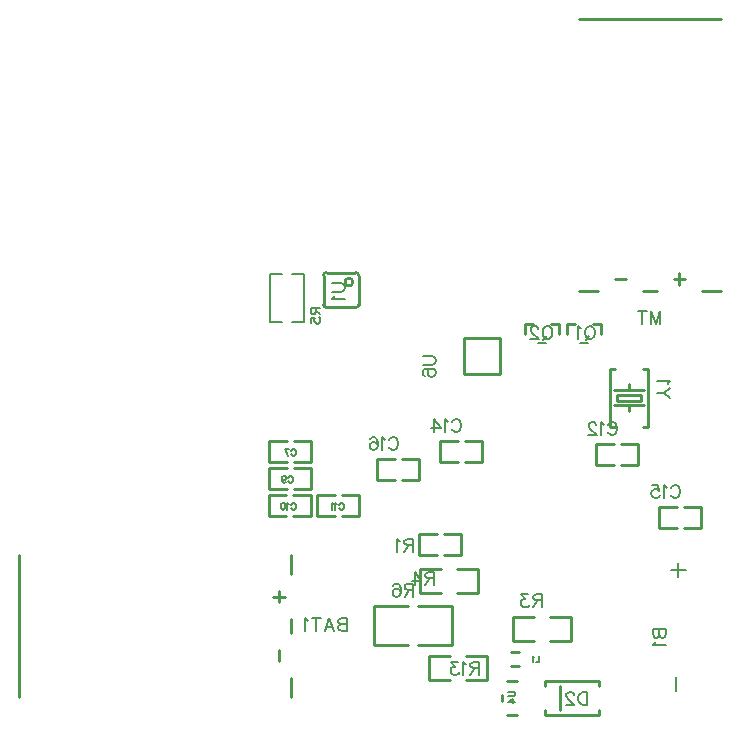
<source format=gbo>
G04 ---------------------------- Layer name :BOTTOM SILK LAYER*
G04 easyEDA 0.1*
G04 Scale: 100 percent, Rotated: No, Reflected: No *
G04 Dimensions in inches *
G04 leading zeros omitted , absolute positions ,2 integer and 4 * 
%FSLAX24Y24*%
%MOIN*%
G90*
G70D02*

%ADD10C,0.010000*%
%ADD11C,0.007874*%
%ADD12C,0.010630*%
%ADD13C,0.007000*%
%ADD14C,0.008000*%

%LPD*%
G54D10*
G01X3090Y28609D02*
G01X3090Y29580D01*
G01X1919Y29580D02*
G01X1919Y28609D01*
G01X2019Y29680D02*
G01X2980Y29680D01*
G01X2990Y28519D02*
G01X2019Y28519D01*
G01X8030Y14940D02*
G01X8369Y14940D01*
G01X8369Y16059D02*
G01X8030Y16059D01*
G01X7880Y15609D02*
G01X7880Y15390D01*
G01X8419Y17040D02*
G01X8180Y17040D01*
G01X8419Y16559D02*
G01X8180Y16559D01*
G54D11*
G01X525Y29628D02*
G01X124Y29628D01*
G01X124Y28033D01*
G01X525Y28033D01*
G01X880Y29628D02*
G01X1281Y29628D01*
G01X1281Y28033D01*
G01X880Y28033D01*
G54D10*
G01X11110Y15890D02*
G01X11110Y16069D01*
G01X11110Y16069D02*
G01X9290Y16069D01*
G01X9290Y16069D02*
G01X9290Y15890D01*
G01X9290Y15109D02*
G01X9290Y14930D01*
G01X9290Y14930D02*
G01X11110Y14930D01*
G01X11110Y14930D02*
G01X11110Y15109D01*
G01X9810Y15890D02*
G01X9810Y15109D01*
G01X630Y18880D02*
G01X240Y18880D01*
G01X430Y16719D02*
G01X430Y17109D01*
G01X430Y18690D02*
G01X430Y19080D01*
G01X830Y16159D02*
G01X830Y15540D01*
G01X830Y19640D02*
G01X830Y20259D01*
G01X830Y18130D02*
G01X830Y17659D01*
G01X-8230Y15540D02*
G01X-8230Y20259D01*
G01X940Y24050D02*
G01X1500Y24050D01*
G01X690Y23350D02*
G01X100Y23350D01*
G01X100Y24050D01*
G01X690Y24050D01*
G01X1500Y24050D02*
G01X1500Y23350D01*
G01X1500Y23350D02*
G01X940Y23350D01*
G01X5940Y20950D02*
G01X6500Y20950D01*
G01X5690Y20250D02*
G01X5100Y20250D01*
G01X5100Y20950D01*
G01X5690Y20950D01*
G01X6500Y20950D02*
G01X6500Y20250D01*
G01X6500Y20250D02*
G01X5940Y20250D01*
G54D12*
G01X5069Y18559D02*
G01X6200Y18559D01*
G01X6200Y17250D01*
G01X5069Y17250D01*
G01X5069Y17250D01*
G01X4709Y17250D02*
G01X4719Y17250D01*
G01X3609Y17250D01*
G01X3609Y18559D01*
G01X4740Y18559D01*
G54D10*
G01X940Y23150D02*
G01X1500Y23150D01*
G01X690Y22450D02*
G01X100Y22450D01*
G01X100Y23150D01*
G01X690Y23150D01*
G01X1500Y23150D02*
G01X1500Y22450D01*
G01X1500Y22450D02*
G01X940Y22450D01*
G01X659Y21550D02*
G01X100Y21550D01*
G01X909Y22250D02*
G01X1500Y22250D01*
G01X1500Y21550D01*
G01X909Y21550D01*
G01X100Y21550D02*
G01X100Y22250D01*
G01X100Y22250D02*
G01X659Y22250D01*
G01X2540Y22250D02*
G01X3100Y22250D01*
G01X2290Y21550D02*
G01X1700Y21550D01*
G01X1700Y22250D01*
G01X2290Y22250D01*
G01X3100Y22250D02*
G01X3100Y21550D01*
G01X3100Y21550D02*
G01X2540Y21550D01*
G01X12569Y26480D02*
G01X12730Y26480D01*
G01X12730Y24519D01*
G01X12569Y24519D01*
G01X11630Y24519D02*
G01X11469Y24519D01*
G01X11469Y26480D01*
G01X11630Y26480D01*
G01X12500Y25400D02*
G01X11700Y25400D01*
G01X11700Y25600D01*
G01X12500Y25600D01*
G01X12500Y25400D01*
G01X12600Y25250D02*
G01X12100Y25250D01*
G01X11600Y25250D01*
G01X12600Y25750D02*
G01X12100Y25750D01*
G01X11600Y25750D01*
G01X12100Y25250D02*
G01X12100Y25050D01*
G01X12100Y25750D02*
G01X12100Y25950D01*
G01X11839Y23950D02*
G01X12400Y23950D01*
G01X11589Y23250D02*
G01X11000Y23250D01*
G01X11000Y23950D01*
G01X11589Y23950D01*
G01X12400Y23950D02*
G01X12400Y23250D01*
G01X12400Y23250D02*
G01X11839Y23250D01*
G01X6640Y24050D02*
G01X7200Y24050D01*
G01X6390Y23350D02*
G01X5800Y23350D01*
G01X5800Y24050D01*
G01X6390Y24050D01*
G01X7200Y24050D02*
G01X7200Y23350D01*
G01X7200Y23350D02*
G01X6640Y23350D01*
G01X13939Y21850D02*
G01X14500Y21850D01*
G01X13689Y21150D02*
G01X13100Y21150D01*
G01X13100Y21850D01*
G01X13689Y21850D01*
G01X14500Y21850D02*
G01X14500Y21150D01*
G01X14500Y21150D02*
G01X13939Y21150D01*
G01X4540Y23450D02*
G01X5100Y23450D01*
G01X4290Y22750D02*
G01X3700Y22750D01*
G01X3700Y23450D01*
G01X4290Y23450D01*
G01X5100Y23450D02*
G01X5100Y22750D01*
G01X5100Y22750D02*
G01X4540Y22750D01*
G01X8884Y27955D02*
G01X8625Y27955D01*
G01X8884Y27955D01*
G01X8625Y27955D01*
G01X8625Y27634D01*
G01X9774Y27634D02*
G01X9774Y27955D01*
G01X9515Y27955D01*
G54D11*
G01X9318Y27345D02*
G01X9081Y27345D01*
G54D10*
G01X6609Y27490D02*
G01X7790Y27490D01*
G01X7790Y27490D02*
G01X7790Y26309D01*
G01X7790Y26309D02*
G01X6609Y26309D01*
G01X6609Y26309D02*
G01X6609Y27490D01*
G01X13780Y29269D02*
G01X13780Y29659D01*
G01X11619Y29469D02*
G01X12010Y29469D01*
G01X13589Y29469D02*
G01X13980Y29469D01*
G01X11060Y29069D02*
G01X10439Y29069D01*
G01X14539Y29069D02*
G01X15160Y29069D01*
G01X13030Y29069D02*
G01X12560Y29069D01*
G01X10439Y38130D02*
G01X15160Y38130D01*
G01X5819Y18990D02*
G01X5119Y18990D01*
G01X5119Y19809D01*
G01X5819Y19809D01*
G01X6380Y19809D02*
G01X7080Y19809D01*
G01X7080Y18990D01*
G01X6380Y18990D01*
G01X10285Y27955D02*
G01X10025Y27955D01*
G01X10285Y27955D01*
G01X10025Y27955D01*
G01X10025Y27634D01*
G01X11174Y27634D02*
G01X11174Y27955D01*
G01X10914Y27955D01*
G54D11*
G01X10718Y27345D02*
G01X10481Y27345D01*
G54D10*
G01X9480Y18209D02*
G01X10180Y18209D01*
G01X10180Y17390D01*
G01X9480Y17390D01*
G01X8919Y17390D02*
G01X8219Y17390D01*
G01X8219Y18209D01*
G01X8919Y18209D01*
G01X6119Y16090D02*
G01X5419Y16090D01*
G01X5419Y16909D01*
G01X6119Y16909D01*
G01X6680Y16909D02*
G01X7380Y16909D01*
G01X7380Y16090D01*
G01X6680Y16090D01*
G54D13*
G01X2200Y29324D02*
G01X2507Y29324D01*
G01X2567Y29304D01*
G01X2609Y29263D01*
G01X2630Y29201D01*
G01X2630Y29160D01*
G01X2609Y29099D01*
G01X2567Y29058D01*
G01X2507Y29038D01*
G01X2200Y29038D01*
G01X2282Y28903D02*
G01X2261Y28862D01*
G01X2200Y28800D01*
G01X2630Y28800D01*
G01X8074Y15700D02*
G01X8235Y15700D01*
G01X8267Y15688D01*
G01X8289Y15667D01*
G01X8300Y15636D01*
G01X8300Y15613D01*
G01X8289Y15582D01*
G01X8267Y15559D01*
G01X8235Y15550D01*
G01X8074Y15550D01*
G01X8074Y15371D02*
G01X8224Y15478D01*
G01X8224Y15317D01*
G01X8074Y15371D02*
G01X8300Y15371D01*
G01X9100Y16900D02*
G01X9100Y16711D01*
G01X9100Y16711D02*
G01X8992Y16711D01*
G01X8934Y16865D02*
G01X8915Y16873D01*
G01X8888Y16900D01*
G01X8888Y16711D01*
G01X1499Y28499D02*
G01X1815Y28499D01*
G01X1499Y28499D02*
G01X1499Y28364D01*
G01X1515Y28319D01*
G01X1530Y28304D01*
G01X1560Y28289D01*
G01X1590Y28289D01*
G01X1620Y28304D01*
G01X1635Y28319D01*
G01X1650Y28364D01*
G01X1650Y28499D01*
G01X1650Y28394D02*
G01X1815Y28289D01*
G01X1499Y28009D02*
G01X1499Y28160D01*
G01X1635Y28175D01*
G01X1620Y28160D01*
G01X1605Y28115D01*
G01X1605Y28070D01*
G01X1620Y28024D01*
G01X1650Y27994D01*
G01X1695Y27979D01*
G01X1725Y27979D01*
G01X1770Y27994D01*
G01X1800Y28024D01*
G01X1815Y28070D01*
G01X1815Y28115D01*
G01X1800Y28160D01*
G01X1785Y28175D01*
G01X1755Y28190D01*
G01X10700Y15700D02*
G01X10700Y15271D01*
G01X10700Y15700D02*
G01X10556Y15700D01*
G01X10494Y15680D01*
G01X10455Y15639D01*
G01X10434Y15598D01*
G01X10414Y15537D01*
G01X10414Y15435D01*
G01X10434Y15373D01*
G01X10455Y15332D01*
G01X10494Y15291D01*
G01X10556Y15271D01*
G01X10700Y15271D01*
G01X10257Y15598D02*
G01X10257Y15619D01*
G01X10238Y15660D01*
G01X10217Y15680D01*
G01X10176Y15700D01*
G01X10094Y15700D01*
G01X10053Y15680D01*
G01X10032Y15660D01*
G01X10013Y15619D01*
G01X10013Y15578D01*
G01X10032Y15537D01*
G01X10073Y15475D01*
G01X10278Y15271D01*
G01X9992Y15271D01*
G01X2700Y18161D02*
G01X2700Y17732D01*
G01X2700Y18161D02*
G01X2516Y18161D01*
G01X2455Y18141D01*
G01X2434Y18121D01*
G01X2414Y18080D01*
G01X2414Y18039D01*
G01X2434Y17998D01*
G01X2455Y17977D01*
G01X2516Y17957D01*
G01X2700Y17957D02*
G01X2516Y17957D01*
G01X2455Y17936D01*
G01X2434Y17916D01*
G01X2414Y17875D01*
G01X2414Y17814D01*
G01X2434Y17773D01*
G01X2455Y17752D01*
G01X2516Y17732D01*
G01X2700Y17732D01*
G01X2115Y18161D02*
G01X2279Y17732D01*
G01X2115Y18161D02*
G01X1951Y17732D01*
G01X2217Y17875D02*
G01X2013Y17875D01*
G01X1673Y18161D02*
G01X1673Y17732D01*
G01X1816Y18161D02*
G01X1530Y18161D01*
G01X1395Y18080D02*
G01X1354Y18100D01*
G01X1293Y18161D01*
G01X1293Y17732D01*
G01X838Y23746D02*
G01X850Y23767D01*
G01X871Y23788D01*
G01X892Y23800D01*
G01X936Y23800D01*
G01X957Y23788D01*
G01X978Y23767D01*
G01X988Y23746D01*
G01X1000Y23713D01*
G01X1000Y23659D01*
G01X988Y23628D01*
G01X978Y23607D01*
G01X957Y23584D01*
G01X936Y23573D01*
G01X892Y23573D01*
G01X871Y23584D01*
G01X850Y23607D01*
G01X838Y23628D01*
G01X617Y23800D02*
G01X725Y23573D01*
G01X767Y23800D02*
G01X617Y23800D01*
G01X4900Y20800D02*
G01X4900Y20371D01*
G01X4900Y20800D02*
G01X4715Y20800D01*
G01X4655Y20780D01*
G01X4634Y20759D01*
G01X4613Y20719D01*
G01X4613Y20678D01*
G01X4634Y20636D01*
G01X4655Y20615D01*
G01X4715Y20596D01*
G01X4900Y20596D01*
G01X4757Y20596D02*
G01X4613Y20371D01*
G01X4478Y20719D02*
G01X4438Y20738D01*
G01X4376Y20800D01*
G01X4376Y20371D01*
G01X4905Y19305D02*
G01X4905Y18876D01*
G01X4905Y19305D02*
G01X4721Y19305D01*
G01X4659Y19284D01*
G01X4638Y19265D01*
G01X4619Y19223D01*
G01X4619Y19182D01*
G01X4638Y19142D01*
G01X4659Y19121D01*
G01X4721Y19101D01*
G01X4905Y19101D01*
G01X4761Y19101D02*
G01X4619Y18876D01*
G01X4238Y19244D02*
G01X4259Y19284D01*
G01X4319Y19305D01*
G01X4361Y19305D01*
G01X4421Y19284D01*
G01X4463Y19223D01*
G01X4484Y19121D01*
G01X4484Y19019D01*
G01X4463Y18936D01*
G01X4421Y18896D01*
G01X4361Y18876D01*
G01X4340Y18876D01*
G01X4278Y18896D01*
G01X4238Y18936D01*
G01X4217Y18998D01*
G01X4217Y19019D01*
G01X4238Y19080D01*
G01X4278Y19121D01*
G01X4340Y19142D01*
G01X4361Y19142D01*
G01X4421Y19121D01*
G01X4463Y19080D01*
G01X4484Y19019D01*
G01X738Y22846D02*
G01X750Y22867D01*
G01X771Y22888D01*
G01X792Y22900D01*
G01X836Y22900D01*
G01X857Y22888D01*
G01X878Y22867D01*
G01X888Y22846D01*
G01X900Y22813D01*
G01X900Y22759D01*
G01X888Y22728D01*
G01X878Y22707D01*
G01X857Y22684D01*
G01X836Y22673D01*
G01X792Y22673D01*
G01X771Y22684D01*
G01X750Y22707D01*
G01X738Y22728D01*
G01X528Y22825D02*
G01X538Y22792D01*
G01X561Y22771D01*
G01X592Y22759D01*
G01X603Y22759D01*
G01X636Y22771D01*
G01X657Y22792D01*
G01X667Y22825D01*
G01X667Y22834D01*
G01X657Y22867D01*
G01X636Y22888D01*
G01X603Y22900D01*
G01X592Y22900D01*
G01X561Y22888D01*
G01X538Y22867D01*
G01X528Y22825D01*
G01X528Y22771D01*
G01X538Y22717D01*
G01X561Y22684D01*
G01X592Y22673D01*
G01X613Y22673D01*
G01X646Y22684D01*
G01X657Y22707D01*
G01X838Y21946D02*
G01X850Y21967D01*
G01X871Y21988D01*
G01X892Y22000D01*
G01X936Y22000D01*
G01X957Y21988D01*
G01X978Y21967D01*
G01X988Y21946D01*
G01X1000Y21913D01*
G01X1000Y21859D01*
G01X988Y21828D01*
G01X978Y21807D01*
G01X957Y21784D01*
G01X936Y21773D01*
G01X892Y21773D01*
G01X871Y21784D01*
G01X850Y21807D01*
G01X838Y21828D01*
G01X767Y21957D02*
G01X746Y21967D01*
G01X713Y22000D01*
G01X713Y21773D01*
G01X578Y22000D02*
G01X611Y21988D01*
G01X632Y21957D01*
G01X644Y21903D01*
G01X644Y21871D01*
G01X632Y21817D01*
G01X611Y21784D01*
G01X578Y21773D01*
G01X557Y21773D01*
G01X525Y21784D01*
G01X503Y21817D01*
G01X492Y21871D01*
G01X492Y21903D01*
G01X503Y21957D01*
G01X525Y21988D01*
G01X557Y22000D01*
G01X578Y22000D01*
G01X2438Y21945D02*
G01X2450Y21967D01*
G01X2471Y21988D01*
G01X2492Y21999D01*
G01X2536Y21999D01*
G01X2557Y21988D01*
G01X2578Y21967D01*
G01X2588Y21945D01*
G01X2600Y21913D01*
G01X2600Y21859D01*
G01X2588Y21827D01*
G01X2578Y21806D01*
G01X2557Y21784D01*
G01X2536Y21773D01*
G01X2492Y21773D01*
G01X2471Y21784D01*
G01X2450Y21806D01*
G01X2438Y21827D01*
G01X2367Y21956D02*
G01X2346Y21967D01*
G01X2313Y21999D01*
G01X2313Y21773D01*
G01X2244Y21956D02*
G01X2221Y21967D01*
G01X2190Y21999D01*
G01X2190Y21773D01*
G01X13475Y25500D02*
G01X13271Y25663D01*
G01X13046Y25663D01*
G01X13475Y25827D02*
G01X13271Y25663D01*
G01X13393Y25961D02*
G01X13414Y26003D01*
G01X13475Y26065D01*
G01X13046Y26065D01*
G01X11393Y24592D02*
G01X11414Y24634D01*
G01X11455Y24675D01*
G01X11494Y24694D01*
G01X11577Y24694D01*
G01X11618Y24675D01*
G01X11659Y24634D01*
G01X11680Y24592D01*
G01X11700Y24532D01*
G01X11700Y24430D01*
G01X11680Y24367D01*
G01X11659Y24327D01*
G01X11618Y24286D01*
G01X11577Y24265D01*
G01X11494Y24265D01*
G01X11455Y24286D01*
G01X11414Y24327D01*
G01X11393Y24367D01*
G01X11257Y24613D02*
G01X11217Y24634D01*
G01X11156Y24694D01*
G01X11156Y24265D01*
G01X11000Y24592D02*
G01X11000Y24613D01*
G01X10980Y24655D01*
G01X10960Y24675D01*
G01X10918Y24694D01*
G01X10836Y24694D01*
G01X10796Y24675D01*
G01X10775Y24655D01*
G01X10755Y24613D01*
G01X10755Y24573D01*
G01X10775Y24532D01*
G01X10815Y24469D01*
G01X11021Y24265D01*
G01X10735Y24265D01*
G01X6192Y24692D02*
G01X6213Y24734D01*
G01X6255Y24775D01*
G01X6294Y24794D01*
G01X6376Y24794D01*
G01X6417Y24775D01*
G01X6459Y24734D01*
G01X6480Y24692D01*
G01X6500Y24632D01*
G01X6500Y24530D01*
G01X6480Y24467D01*
G01X6459Y24427D01*
G01X6417Y24386D01*
G01X6376Y24365D01*
G01X6294Y24365D01*
G01X6255Y24386D01*
G01X6213Y24427D01*
G01X6192Y24467D01*
G01X6057Y24713D02*
G01X6017Y24734D01*
G01X5955Y24794D01*
G01X5955Y24365D01*
G01X5615Y24794D02*
G01X5821Y24509D01*
G01X5513Y24509D01*
G01X5615Y24794D02*
G01X5615Y24365D01*
G01X13493Y22492D02*
G01X13514Y22534D01*
G01X13555Y22575D01*
G01X13594Y22594D01*
G01X13677Y22594D01*
G01X13718Y22575D01*
G01X13759Y22534D01*
G01X13780Y22492D01*
G01X13800Y22432D01*
G01X13800Y22330D01*
G01X13780Y22267D01*
G01X13759Y22227D01*
G01X13718Y22186D01*
G01X13677Y22165D01*
G01X13594Y22165D01*
G01X13555Y22186D01*
G01X13514Y22227D01*
G01X13493Y22267D01*
G01X13357Y22513D02*
G01X13317Y22534D01*
G01X13256Y22594D01*
G01X13256Y22165D01*
G01X12875Y22594D02*
G01X13080Y22594D01*
G01X13100Y22411D01*
G01X13080Y22432D01*
G01X13018Y22452D01*
G01X12956Y22452D01*
G01X12896Y22432D01*
G01X12855Y22390D01*
G01X12835Y22330D01*
G01X12835Y22288D01*
G01X12855Y22227D01*
G01X12896Y22186D01*
G01X12956Y22165D01*
G01X13018Y22165D01*
G01X13080Y22186D01*
G01X13100Y22207D01*
G01X13121Y22248D01*
G01X4092Y24092D02*
G01X4113Y24134D01*
G01X4155Y24175D01*
G01X4194Y24194D01*
G01X4276Y24194D01*
G01X4317Y24175D01*
G01X4359Y24134D01*
G01X4380Y24092D01*
G01X4400Y24032D01*
G01X4400Y23930D01*
G01X4380Y23867D01*
G01X4359Y23827D01*
G01X4317Y23786D01*
G01X4276Y23765D01*
G01X4194Y23765D01*
G01X4155Y23786D01*
G01X4113Y23827D01*
G01X4092Y23867D01*
G01X3957Y24113D02*
G01X3917Y24134D01*
G01X3855Y24194D01*
G01X3855Y23765D01*
G01X3475Y24134D02*
G01X3496Y24175D01*
G01X3557Y24194D01*
G01X3598Y24194D01*
G01X3659Y24175D01*
G01X3700Y24113D01*
G01X3721Y24011D01*
G01X3721Y23909D01*
G01X3700Y23827D01*
G01X3659Y23786D01*
G01X3598Y23765D01*
G01X3578Y23765D01*
G01X3515Y23786D01*
G01X3475Y23827D01*
G01X3455Y23888D01*
G01X3455Y23909D01*
G01X3475Y23969D01*
G01X3515Y24011D01*
G01X3578Y24032D01*
G01X3598Y24032D01*
G01X3659Y24011D01*
G01X3700Y23969D01*
G01X3721Y23909D01*
G01X9426Y27899D02*
G01X9467Y27878D01*
G01X9507Y27837D01*
G01X9528Y27796D01*
G01X9548Y27735D01*
G01X9548Y27633D01*
G01X9528Y27571D01*
G01X9507Y27530D01*
G01X9467Y27489D01*
G01X9426Y27469D01*
G01X9344Y27469D01*
G01X9303Y27489D01*
G01X9263Y27530D01*
G01X9242Y27571D01*
G01X9221Y27633D01*
G01X9221Y27735D01*
G01X9242Y27796D01*
G01X9263Y27837D01*
G01X9303Y27878D01*
G01X9344Y27899D01*
G01X9426Y27899D01*
G01X9365Y27551D02*
G01X9242Y27428D01*
G01X9065Y27796D02*
G01X9065Y27817D01*
G01X9046Y27858D01*
G01X9025Y27878D01*
G01X8984Y27899D01*
G01X8903Y27899D01*
G01X8861Y27878D01*
G01X8840Y27858D01*
G01X8821Y27817D01*
G01X8821Y27776D01*
G01X8840Y27735D01*
G01X8882Y27674D01*
G01X9086Y27469D01*
G01X8800Y27469D01*
G01X5223Y26900D02*
G01X5530Y26900D01*
G01X5592Y26880D01*
G01X5632Y26838D01*
G01X5653Y26777D01*
G01X5653Y26736D01*
G01X5632Y26675D01*
G01X5592Y26634D01*
G01X5530Y26613D01*
G01X5223Y26613D01*
G01X5284Y26232D02*
G01X5244Y26253D01*
G01X5223Y26315D01*
G01X5223Y26355D01*
G01X5244Y26417D01*
G01X5305Y26457D01*
G01X5407Y26478D01*
G01X5509Y26478D01*
G01X5592Y26457D01*
G01X5632Y26417D01*
G01X5653Y26355D01*
G01X5653Y26334D01*
G01X5632Y26273D01*
G01X5592Y26232D01*
G01X5530Y26213D01*
G01X5509Y26213D01*
G01X5448Y26232D01*
G01X5407Y26273D01*
G01X5388Y26334D01*
G01X5388Y26355D01*
G01X5407Y26417D01*
G01X5448Y26457D01*
G01X5509Y26478D01*
G01X13149Y28400D02*
G01X13149Y27971D01*
G01X13149Y28400D02*
G01X12985Y27971D01*
G01X12822Y28400D02*
G01X12985Y27971D01*
G01X12822Y28400D02*
G01X12822Y27971D01*
G01X12544Y28400D02*
G01X12544Y27971D01*
G01X12687Y28400D02*
G01X12400Y28400D01*
G01X5600Y19690D02*
G01X5600Y19261D01*
G01X5600Y19690D02*
G01X5415Y19690D01*
G01X5355Y19669D01*
G01X5334Y19650D01*
G01X5313Y19609D01*
G01X5313Y19567D01*
G01X5334Y19527D01*
G01X5355Y19505D01*
G01X5415Y19486D01*
G01X5600Y19486D01*
G01X5457Y19486D02*
G01X5313Y19261D01*
G01X4973Y19690D02*
G01X5178Y19403D01*
G01X4871Y19403D01*
G01X4973Y19690D02*
G01X4973Y19261D01*
G01X12900Y17799D02*
G01X13329Y17799D01*
G01X12900Y17799D02*
G01X12900Y17615D01*
G01X12920Y17553D01*
G01X12941Y17533D01*
G01X12982Y17512D01*
G01X13023Y17512D01*
G01X13063Y17533D01*
G01X13084Y17553D01*
G01X13104Y17615D01*
G01X13104Y17799D02*
G01X13104Y17615D01*
G01X13125Y17553D01*
G01X13145Y17533D01*
G01X13186Y17512D01*
G01X13248Y17512D01*
G01X13288Y17533D01*
G01X13309Y17553D01*
G01X13329Y17615D01*
G01X13329Y17799D01*
G01X12982Y17377D02*
G01X12961Y17336D01*
G01X12900Y17275D01*
G01X13329Y17275D01*
G54D14*
G01X13499Y19757D02*
G01X13983Y19757D01*
G01X13741Y20000D02*
G01X13741Y19517D01*
G01X13669Y15724D02*
G01X13669Y16207D01*
G54D13*
G01X10841Y27899D02*
G01X10882Y27878D01*
G01X10923Y27837D01*
G01X10944Y27796D01*
G01X10964Y27735D01*
G01X10964Y27633D01*
G01X10944Y27571D01*
G01X10923Y27530D01*
G01X10882Y27489D01*
G01X10841Y27469D01*
G01X10759Y27469D01*
G01X10719Y27489D01*
G01X10678Y27530D01*
G01X10657Y27571D01*
G01X10637Y27633D01*
G01X10637Y27735D01*
G01X10657Y27796D01*
G01X10678Y27837D01*
G01X10719Y27878D01*
G01X10759Y27899D01*
G01X10841Y27899D01*
G01X10780Y27551D02*
G01X10657Y27428D01*
G01X10502Y27817D02*
G01X10461Y27837D01*
G01X10399Y27899D01*
G01X10399Y27469D01*
G01X9200Y18955D02*
G01X9200Y18526D01*
G01X9200Y18955D02*
G01X9015Y18955D01*
G01X8955Y18934D01*
G01X8934Y18915D01*
G01X8913Y18873D01*
G01X8913Y18832D01*
G01X8934Y18792D01*
G01X8955Y18771D01*
G01X9015Y18751D01*
G01X9200Y18751D01*
G01X9057Y18751D02*
G01X8913Y18526D01*
G01X8738Y18955D02*
G01X8513Y18955D01*
G01X8634Y18792D01*
G01X8573Y18792D01*
G01X8532Y18771D01*
G01X8513Y18751D01*
G01X8492Y18690D01*
G01X8492Y18648D01*
G01X8513Y18586D01*
G01X8553Y18546D01*
G01X8615Y18526D01*
G01X8676Y18526D01*
G01X8738Y18546D01*
G01X8757Y18567D01*
G01X8778Y18607D01*
G01X7100Y16699D02*
G01X7100Y16270D01*
G01X7100Y16699D02*
G01X6915Y16699D01*
G01X6855Y16679D01*
G01X6834Y16659D01*
G01X6813Y16618D01*
G01X6813Y16577D01*
G01X6834Y16536D01*
G01X6855Y16515D01*
G01X6915Y16495D01*
G01X7100Y16495D01*
G01X6957Y16495D02*
G01X6813Y16270D01*
G01X6678Y16618D02*
G01X6638Y16638D01*
G01X6576Y16699D01*
G01X6576Y16270D01*
G01X6400Y16699D02*
G01X6175Y16699D01*
G01X6298Y16536D01*
G01X6236Y16536D01*
G01X6196Y16515D01*
G01X6175Y16495D01*
G01X6155Y16434D01*
G01X6155Y16393D01*
G01X6175Y16331D01*
G01X6215Y16290D01*
G01X6278Y16270D01*
G01X6338Y16270D01*
G01X6400Y16290D01*
G01X6421Y16311D01*
G01X6440Y16352D01*
G54D10*
G75*
G01X2015Y29682D02*
G03X1917Y29584I0J-98D01*
G01*
G75*
G01X1917Y28615D02*
G03X2015Y28517I98J0D01*
G01*
G75*
G01X3086Y28615D02*
G02X2988Y28517I-98J0D01*
G01*
G75*
G01X2988Y29682D02*
G02X3086Y29584I0J-98D01*
G01*
G75*
G01X2890Y29359D02*
G03X2890Y29359I-131J0D01*
G01*

M00*
M02*
</source>
